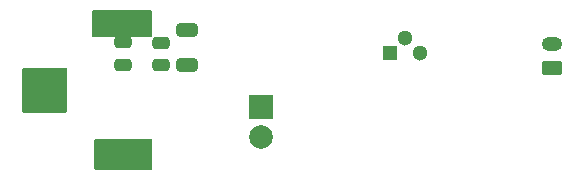
<source format=gbr>
%TF.GenerationSoftware,KiCad,Pcbnew,9.0.5*%
%TF.CreationDate,2025-10-22T19:19:07+02:00*%
%TF.ProjectId,Sonda Fetprobe,536f6e64-6120-4466-9574-70726f62652e,rev?*%
%TF.SameCoordinates,Original*%
%TF.FileFunction,Soldermask,Bot*%
%TF.FilePolarity,Negative*%
%FSLAX46Y46*%
G04 Gerber Fmt 4.6, Leading zero omitted, Abs format (unit mm)*
G04 Created by KiCad (PCBNEW 9.0.5) date 2025-10-22 19:19:07*
%MOMM*%
%LPD*%
G01*
G04 APERTURE LIST*
G04 Aperture macros list*
%AMRoundRect*
0 Rectangle with rounded corners*
0 $1 Rounding radius*
0 $2 $3 $4 $5 $6 $7 $8 $9 X,Y pos of 4 corners*
0 Add a 4 corners polygon primitive as box body*
4,1,4,$2,$3,$4,$5,$6,$7,$8,$9,$2,$3,0*
0 Add four circle primitives for the rounded corners*
1,1,$1+$1,$2,$3*
1,1,$1+$1,$4,$5*
1,1,$1+$1,$6,$7*
1,1,$1+$1,$8,$9*
0 Add four rect primitives between the rounded corners*
20,1,$1+$1,$2,$3,$4,$5,0*
20,1,$1+$1,$4,$5,$6,$7,0*
20,1,$1+$1,$6,$7,$8,$9,0*
20,1,$1+$1,$8,$9,$2,$3,0*%
G04 Aperture macros list end*
%ADD10R,1.300000X1.300000*%
%ADD11C,1.300000*%
%ADD12RoundRect,0.250000X0.625000X-0.350000X0.625000X0.350000X-0.625000X0.350000X-0.625000X-0.350000X0*%
%ADD13O,1.750000X1.200000*%
%ADD14R,2.000000X2.000000*%
%ADD15C,2.000000*%
%ADD16RoundRect,0.250000X0.475000X-0.250000X0.475000X0.250000X-0.475000X0.250000X-0.475000X-0.250000X0*%
%ADD17RoundRect,0.250000X0.650000X-0.325000X0.650000X0.325000X-0.650000X0.325000X-0.650000X-0.325000X0*%
G04 APERTURE END LIST*
D10*
%TO.C,U1*%
X153200000Y-84290000D03*
D11*
X154470000Y-83020000D03*
X155740000Y-84290000D03*
%TD*%
D12*
%TO.C,J2*%
X166950000Y-85500000D03*
D13*
X166950000Y-83500000D03*
%TD*%
D14*
%TO.C,J1*%
X142280000Y-88850000D03*
D15*
X142280000Y-91390000D03*
%TD*%
D16*
%TO.C,C1*%
X130580000Y-85250000D03*
X130580000Y-83350000D03*
%TD*%
D17*
%TO.C,C4*%
X136000000Y-85275000D03*
X136000000Y-82325000D03*
%TD*%
D16*
%TO.C,C3*%
X133800000Y-85300000D03*
X133800000Y-83400000D03*
%TD*%
G36*
X133043039Y-80669685D02*
G01*
X133088794Y-80722489D01*
X133100000Y-80774000D01*
X133100000Y-82776000D01*
X133080315Y-82843039D01*
X133027511Y-82888794D01*
X132976000Y-82900000D01*
X128124000Y-82900000D01*
X128056961Y-82880315D01*
X128011206Y-82827511D01*
X128000000Y-82776000D01*
X128000000Y-80774000D01*
X128019685Y-80706961D01*
X128072489Y-80661206D01*
X128124000Y-80650000D01*
X132976000Y-80650000D01*
X133043039Y-80669685D01*
G37*
G36*
X133043039Y-91519685D02*
G01*
X133088794Y-91572489D01*
X133100000Y-91624000D01*
X133100000Y-94026000D01*
X133080315Y-94093039D01*
X133027511Y-94138794D01*
X132976000Y-94150000D01*
X128324000Y-94150000D01*
X128256961Y-94130315D01*
X128211206Y-94077511D01*
X128200000Y-94026000D01*
X128200000Y-91624000D01*
X128219685Y-91556961D01*
X128272489Y-91511206D01*
X128324000Y-91500000D01*
X132976000Y-91500000D01*
X133043039Y-91519685D01*
G37*
G36*
X125836168Y-85509685D02*
G01*
X125881923Y-85562489D01*
X125893129Y-85614295D01*
X125884668Y-89176295D01*
X125864824Y-89243287D01*
X125811911Y-89288916D01*
X125760668Y-89300000D01*
X122215995Y-89300000D01*
X122148956Y-89280315D01*
X122103201Y-89227511D01*
X122091995Y-89176000D01*
X122091995Y-85614000D01*
X122111680Y-85546961D01*
X122164484Y-85501206D01*
X122215995Y-85490000D01*
X125769129Y-85490000D01*
X125836168Y-85509685D01*
G37*
M02*

</source>
